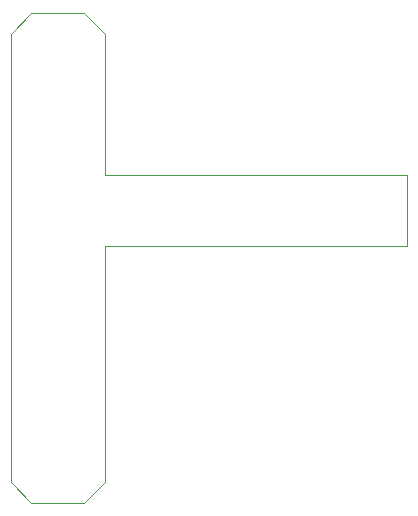
<source format=gbr>
%TF.GenerationSoftware,KiCad,Pcbnew,(5.99.0-2309-gaf729d578)*%
%TF.CreationDate,2020-09-01T21:57:32-04:00*%
%TF.ProjectId,flex,666c6578-2e6b-4696-9361-645f70636258,rev?*%
%TF.SameCoordinates,Original*%
%TF.FileFunction,Profile,NP*%
%FSLAX46Y46*%
G04 Gerber Fmt 4.6, Leading zero omitted, Abs format (unit mm)*
G04 Created by KiCad (PCBNEW (5.99.0-2309-gaf729d578)) date 2020-09-01 21:57:32*
%MOMM*%
%LPD*%
G01*
G04 APERTURE LIST*
%TA.AperFunction,Profile*%
%ADD10C,0.100000*%
%TD*%
G04 APERTURE END LIST*
D10*
X257000000Y-52761316D02*
X252500000Y-52761316D01*
X258750000Y-51000000D02*
X257000000Y-52761316D01*
X252500000Y-52761316D02*
X250750000Y-51000000D01*
X257000000Y-11250000D02*
X258750000Y-13011316D01*
X252500000Y-11250000D02*
X257000000Y-11250000D01*
X250750000Y-13011316D02*
X252500000Y-11250000D01*
X258750000Y-51000000D02*
X258750000Y-43011316D01*
X250750000Y-43011316D02*
X250750000Y-51000000D01*
X250750000Y-13011316D02*
X250750000Y-43011316D01*
X258750000Y-43011316D02*
X258750000Y-31011316D01*
X258750000Y-25011316D02*
X258750000Y-13011316D01*
X278750000Y-25011316D02*
X258750000Y-25011316D01*
X278750000Y-31011316D02*
X258750000Y-31011316D01*
X284350000Y-31011316D02*
X278750000Y-31011316D01*
X284350000Y-25011316D02*
X284350000Y-31011316D01*
X278750000Y-25011316D02*
X284350000Y-25011316D01*
M02*

</source>
